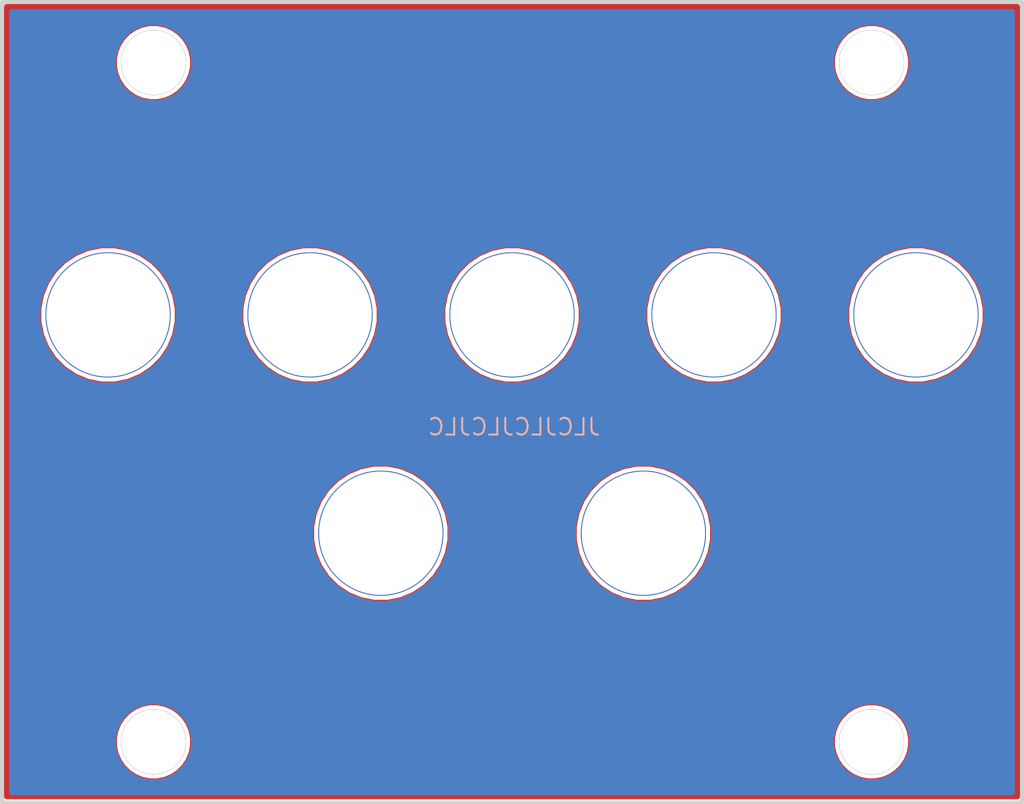
<source format=kicad_pcb>
(kicad_pcb (version 20171130) (host pcbnew "(5.1.8)-1")

  (general
    (thickness 1.6)
    (drawings 12)
    (tracks 0)
    (zones 0)
    (modules 11)
    (nets 1)
  )

  (page A4)
  (layers
    (0 F.Cu signal)
    (31 B.Cu signal)
    (32 B.Adhes user)
    (33 F.Adhes user)
    (34 B.Paste user)
    (35 F.Paste user)
    (36 B.SilkS user)
    (37 F.SilkS user)
    (38 B.Mask user)
    (39 F.Mask user)
    (40 Dwgs.User user hide)
    (41 Cmts.User user)
    (42 Eco1.User user)
    (43 Eco2.User user)
    (44 Edge.Cuts user)
    (45 Margin user)
    (46 B.CrtYd user)
    (47 F.CrtYd user)
    (48 B.Fab user)
    (49 F.Fab user hide)
  )

  (setup
    (last_trace_width 0.25)
    (user_trace_width 0.254)
    (user_trace_width 0.3556)
    (trace_clearance 0.2)
    (zone_clearance 0)
    (zone_45_only no)
    (trace_min 0.2)
    (via_size 0.8)
    (via_drill 0.4)
    (via_min_size 0.4)
    (via_min_drill 0.3)
    (uvia_size 0.3)
    (uvia_drill 0.1)
    (uvias_allowed no)
    (uvia_min_size 0.2)
    (uvia_min_drill 0.1)
    (edge_width 0.1)
    (segment_width 0.2)
    (pcb_text_width 0.3)
    (pcb_text_size 1.5 1.5)
    (mod_edge_width 0.15)
    (mod_text_size 1 1)
    (mod_text_width 0.15)
    (pad_size 3.22 3.22)
    (pad_drill 3.22)
    (pad_to_mask_clearance 0)
    (aux_axis_origin 0 0)
    (grid_origin 158.57 22.835)
    (visible_elements 7FFFFFFF)
    (pcbplotparams
      (layerselection 0x010fc_ffffffff)
      (usegerberextensions true)
      (usegerberattributes false)
      (usegerberadvancedattributes false)
      (creategerberjobfile false)
      (excludeedgelayer true)
      (linewidth 0.100000)
      (plotframeref false)
      (viasonmask false)
      (mode 1)
      (useauxorigin false)
      (hpglpennumber 1)
      (hpglpenspeed 20)
      (hpglpendiameter 15.000000)
      (psnegative false)
      (psa4output false)
      (plotreference true)
      (plotvalue false)
      (plotinvisibletext false)
      (padsonsilk false)
      (subtractmaskfromsilk true)
      (outputformat 1)
      (mirror false)
      (drillshape 0)
      (scaleselection 1)
      (outputdirectory "nearless-front-panel-gerbers/"))
  )

  (net 0 "")

  (net_class Default "This is the default net class."
    (clearance 0.2)
    (trace_width 0.25)
    (via_dia 0.8)
    (via_drill 0.4)
    (uvia_dia 0.3)
    (uvia_drill 0.1)
  )

  (module nearness:MountingHole_3.2mm (layer F.Cu) (tedit 61021022) (tstamp 6101D25D)
    (at 166.07 25.835)
    (tags Thonk)
    (fp_text reference MNT (at 0 -8) (layer F.Fab) hide
      (effects (font (size 1 1) (thickness 0.15)))
    )
    (fp_text value PanelMountingHole (at 0 7.6) (layer F.Fab)
      (effects (font (size 1 1) (thickness 0.15)))
    )
    (fp_circle (center 0 0) (end 1.7 0) (layer Cmts.User) (width 0.15))
    (fp_circle (center 0 0) (end 1.8 0) (layer F.CrtYd) (width 0.05))
    (pad "" np_thru_hole circle (at 0 0) (size 3.22 3.22) (drill 3.21) (layers *.Cu *.Mask))
  )

  (module nearness:MountingHole_3.2mm (layer F.Cu) (tedit 61021022) (tstamp 6101D23E)
    (at 201.62 25.835)
    (tags Thonk)
    (fp_text reference MNT (at 0 -8) (layer F.Fab) hide
      (effects (font (size 1 1) (thickness 0.15)))
    )
    (fp_text value PanelMountingHole (at 0 7.6) (layer F.Fab)
      (effects (font (size 1 1) (thickness 0.15)))
    )
    (fp_circle (center 0 0) (end 1.7 0) (layer Cmts.User) (width 0.15))
    (fp_circle (center 0 0) (end 1.8 0) (layer F.CrtYd) (width 0.05))
    (pad "" np_thru_hole circle (at 0 0) (size 3.22 3.22) (drill 3.21) (layers *.Cu *.Mask))
  )

  (module nearness:MountingHole_3.2mm (layer F.Cu) (tedit 61021022) (tstamp 6101D21F)
    (at 201.62 59.485)
    (tags Thonk)
    (fp_text reference MNT (at 0 -8) (layer F.Fab) hide
      (effects (font (size 1 1) (thickness 0.15)))
    )
    (fp_text value PanelMountingHole (at 0 7.6) (layer F.Fab)
      (effects (font (size 1 1) (thickness 0.15)))
    )
    (fp_circle (center 0 0) (end 1.7 0) (layer Cmts.User) (width 0.15))
    (fp_circle (center 0 0) (end 1.8 0) (layer F.CrtYd) (width 0.05))
    (pad "" np_thru_hole circle (at 0 0) (size 3.22 3.22) (drill 3.21) (layers *.Cu *.Mask))
  )

  (module nearness:MountingHole_3.2mm (layer F.Cu) (tedit 61021022) (tstamp 6101D1E8)
    (at 166.07 59.485)
    (tags Thonk)
    (fp_text reference MNT (at 0 -8) (layer F.Fab) hide
      (effects (font (size 1 1) (thickness 0.15)))
    )
    (fp_text value PanelMountingHole (at 0 7.6) (layer F.Fab)
      (effects (font (size 1 1) (thickness 0.15)))
    )
    (fp_circle (center 0 0) (end 1.7 0) (layer Cmts.User) (width 0.15))
    (fp_circle (center 0 0) (end 1.8 0) (layer F.CrtYd) (width 0.05))
    (pad "" np_thru_hole circle (at 0 0) (size 3.22 3.22) (drill 3.21) (layers *.Cu *.Mask))
  )

  (module nearness:MountingHole_6.2mm (layer F.Cu) (tedit 6101BD1E) (tstamp 6101BC44)
    (at 190.325 49.15)
    (tags Thonk)
    (fp_text reference JACK (at 0 -8) (layer F.Fab) hide
      (effects (font (size 1 1) (thickness 0.15)))
    )
    (fp_text value MonoJackHole (at 0 7.6) (layer F.Fab)
      (effects (font (size 1 1) (thickness 0.15)))
    )
    (fp_circle (center 0 0) (end 3.45 0) (layer F.CrtYd) (width 0.05))
    (fp_circle (center 0 0) (end 3.2 0) (layer Cmts.User) (width 0.15))
    (fp_text user %R (at 0.3 -0.2) (layer F.Fab)
      (effects (font (size 1 1) (thickness 0.15)))
    )
    (pad "" np_thru_hole circle (at 0 0) (size 6.2 6.2) (drill 6.1) (layers *.Cu *.Mask))
  )

  (module nearness:MountingHole_6.2mm (layer F.Cu) (tedit 6101BD1E) (tstamp 6101BAFE)
    (at 177.325 49.15)
    (tags Thonk)
    (fp_text reference JACK (at 0 -8) (layer F.Fab) hide
      (effects (font (size 1 1) (thickness 0.15)))
    )
    (fp_text value MonoJackHole (at 0 7.6) (layer F.Fab)
      (effects (font (size 1 1) (thickness 0.15)))
    )
    (fp_circle (center 0 0) (end 3.45 0) (layer F.CrtYd) (width 0.05))
    (fp_circle (center 0 0) (end 3.2 0) (layer Cmts.User) (width 0.15))
    (fp_text user %R (at 0.3 -0.2) (layer F.Fab)
      (effects (font (size 1 1) (thickness 0.15)))
    )
    (pad "" np_thru_hole circle (at 0 0) (size 6.2 6.2) (drill 6.1) (layers *.Cu *.Mask))
  )

  (module nearness:MountingHole_6.2mm (layer F.Cu) (tedit 6101BD1E) (tstamp 6100C2FF)
    (at 163.82 38.335)
    (tags Thonk)
    (fp_text reference JACK (at 0 -8) (layer F.Fab) hide
      (effects (font (size 1 1) (thickness 0.15)))
    )
    (fp_text value MonoJackHole (at 0 7.6) (layer F.Fab)
      (effects (font (size 1 1) (thickness 0.15)))
    )
    (fp_circle (center 0 0) (end 3.45 0) (layer F.CrtYd) (width 0.05))
    (fp_circle (center 0 0) (end 3.2 0) (layer Cmts.User) (width 0.15))
    (fp_text user %R (at 0.3 -0.2) (layer F.Fab)
      (effects (font (size 1 1) (thickness 0.15)))
    )
    (pad "" np_thru_hole circle (at 0 0) (size 6.2 6.2) (drill 6.1) (layers *.Cu *.Mask))
  )

  (module nearness:MountingHole_6.2mm (layer F.Cu) (tedit 6101BD1E) (tstamp 6100C592)
    (at 203.82 38.335)
    (tags Thonk)
    (fp_text reference JACK (at 0 -8) (layer F.Fab) hide
      (effects (font (size 1 1) (thickness 0.15)))
    )
    (fp_text value MonoJackHole (at 0 7.6) (layer F.Fab)
      (effects (font (size 1 1) (thickness 0.15)))
    )
    (fp_circle (center 0 0) (end 3.45 0) (layer F.CrtYd) (width 0.05))
    (fp_circle (center 0 0) (end 3.2 0) (layer Cmts.User) (width 0.15))
    (fp_text user %R (at 0.3 -0.2) (layer F.Fab)
      (effects (font (size 1 1) (thickness 0.15)))
    )
    (pad "" np_thru_hole circle (at 0 0) (size 6.2 6.2) (drill 6.1) (layers *.Cu *.Mask))
  )

  (module nearness:MountingHole_6.2mm (layer F.Cu) (tedit 6101BD1E) (tstamp 6100C584)
    (at 193.82 38.335)
    (tags Thonk)
    (fp_text reference JACK (at 0 -8) (layer F.Fab) hide
      (effects (font (size 1 1) (thickness 0.15)))
    )
    (fp_text value MonoJackHole (at 0 7.6) (layer F.Fab)
      (effects (font (size 1 1) (thickness 0.15)))
    )
    (fp_circle (center 0 0) (end 3.45 0) (layer F.CrtYd) (width 0.05))
    (fp_circle (center 0 0) (end 3.2 0) (layer Cmts.User) (width 0.15))
    (fp_text user %R (at 0.3 -0.2) (layer F.Fab)
      (effects (font (size 1 1) (thickness 0.15)))
    )
    (pad "" np_thru_hole circle (at 0 0) (size 6.2 6.2) (drill 6.1) (layers *.Cu *.Mask))
  )

  (module nearness:MountingHole_6.2mm (layer F.Cu) (tedit 6101BD1E) (tstamp 6100C576)
    (at 183.82 38.335)
    (tags Thonk)
    (fp_text reference JACK (at 0 -8) (layer F.Fab) hide
      (effects (font (size 1 1) (thickness 0.15)))
    )
    (fp_text value MonoJackHole (at 0 7.6) (layer F.Fab)
      (effects (font (size 1 1) (thickness 0.15)))
    )
    (fp_circle (center 0 0) (end 3.45 0) (layer F.CrtYd) (width 0.05))
    (fp_circle (center 0 0) (end 3.2 0) (layer Cmts.User) (width 0.15))
    (fp_text user %R (at 0.3 -0.2) (layer F.Fab)
      (effects (font (size 1 1) (thickness 0.15)))
    )
    (pad "" np_thru_hole circle (at 0 0) (size 6.2 6.2) (drill 6.1) (layers *.Cu *.Mask))
  )

  (module nearness:MountingHole_6.2mm (layer F.Cu) (tedit 6101BD1E) (tstamp 6100C568)
    (at 173.82 38.335)
    (tags Thonk)
    (fp_text reference JACK (at 0 -8) (layer F.Fab) hide
      (effects (font (size 1 1) (thickness 0.15)))
    )
    (fp_text value MonoJackHole (at 0 7.6) (layer F.Fab)
      (effects (font (size 1 1) (thickness 0.15)))
    )
    (fp_circle (center 0 0) (end 3.45 0) (layer F.CrtYd) (width 0.05))
    (fp_circle (center 0 0) (end 3.2 0) (layer Cmts.User) (width 0.15))
    (fp_text user %R (at 0.3 -0.2) (layer F.Fab)
      (effects (font (size 1 1) (thickness 0.15)))
    )
    (pad "" np_thru_hole circle (at 0 0) (size 6.2 6.2) (drill 6.1) (layers *.Cu *.Mask))
  )

  (gr_text JLCJLCJLCJLC (at 183.92 43.885) (layer B.SilkS) (tstamp 61020339)
    (effects (font (size 0.83 0.83) (thickness 0.1)) (justify mirror))
  )
  (dimension 39.65 (width 0.15) (layer Dwgs.User)
    (gr_text "39.650 mm" (at 218.22 42.66 90) (layer Dwgs.User)
      (effects (font (size 1 1) (thickness 0.15)))
    )
    (feature1 (pts (xy 209.07 22.835) (xy 217.506421 22.835)))
    (feature2 (pts (xy 209.07 62.485) (xy 217.506421 62.485)))
    (crossbar (pts (xy 216.92 62.485) (xy 216.92 22.835)))
    (arrow1a (pts (xy 216.92 22.835) (xy 217.506421 23.961504)))
    (arrow1b (pts (xy 216.92 22.835) (xy 216.333579 23.961504)))
    (arrow2a (pts (xy 216.92 62.485) (xy 217.506421 61.358496)))
    (arrow2b (pts (xy 216.92 62.485) (xy 216.333579 61.358496)))
  )
  (dimension 50.5 (width 0.15) (layer Dwgs.User)
    (gr_text "50.500 mm" (at 183.82 14.685) (layer Dwgs.User)
      (effects (font (size 1 1) (thickness 0.15)))
    )
    (feature1 (pts (xy 209.07 22.835) (xy 209.07 15.398579)))
    (feature2 (pts (xy 158.57 22.835) (xy 158.57 15.398579)))
    (crossbar (pts (xy 158.57 15.985) (xy 209.07 15.985)))
    (arrow1a (pts (xy 209.07 15.985) (xy 207.943496 16.571421)))
    (arrow1b (pts (xy 209.07 15.985) (xy 207.943496 15.398579)))
    (arrow2a (pts (xy 158.57 15.985) (xy 159.696504 16.571421)))
    (arrow2b (pts (xy 158.57 15.985) (xy 159.696504 15.398579)))
  )
  (gr_line (start 193.82 22.835) (end 203.82 22.835) (layer Dwgs.User) (width 0.15))
  (gr_line (start 183.82 22.835) (end 193.82 22.835) (layer Dwgs.User) (width 0.15))
  (gr_line (start 173.82 22.835) (end 163.82 22.835) (layer Dwgs.User) (width 0.15))
  (gr_line (start 183.82 22.835) (end 173.82 22.835) (layer Dwgs.User) (width 0.15))
  (gr_line (start 158.57 22.835) (end 183.82 22.835) (layer Dwgs.User) (width 0.15))
  (gr_line (start 209.07 22.835) (end 209.07 62.485) (layer Edge.Cuts) (width 0.2) (tstamp 610045E4))
  (gr_line (start 158.57 22.835) (end 209.07 22.835) (layer Edge.Cuts) (width 0.2) (tstamp 610045E3))
  (gr_line (start 158.57 22.835) (end 158.57 62.485) (layer Edge.Cuts) (width 0.2) (tstamp 610045E2))
  (gr_line (start 158.57 62.485) (end 209.07 62.485) (layer Edge.Cuts) (width 0.2) (tstamp 610045E1))

  (zone (net 0) (net_name "") (layer F.Cu) (tstamp 61020C04) (hatch edge 0.508)
    (connect_pads (clearance 0))
    (min_thickness 0.254)
    (fill yes (arc_segments 32) (thermal_gap 0.508) (thermal_bridge_width 0.508))
    (polygon
      (pts
        (xy 209.07 62.335) (xy 158.57 62.335) (xy 158.57 22.835) (xy 209.07 22.835)
      )
    )
    (filled_polygon
      (pts
        (xy 208.843001 62.208) (xy 158.797 62.208) (xy 158.797 59.294222) (xy 164.133 59.294222) (xy 164.133 59.675778)
        (xy 164.207438 60.050002) (xy 164.353453 60.402513) (xy 164.565434 60.719765) (xy 164.835235 60.989566) (xy 165.152487 61.201547)
        (xy 165.504998 61.347562) (xy 165.879222 61.422) (xy 166.260778 61.422) (xy 166.635002 61.347562) (xy 166.987513 61.201547)
        (xy 167.304765 60.989566) (xy 167.574566 60.719765) (xy 167.786547 60.402513) (xy 167.932562 60.050002) (xy 168.007 59.675778)
        (xy 168.007 59.294222) (xy 199.683 59.294222) (xy 199.683 59.675778) (xy 199.757438 60.050002) (xy 199.903453 60.402513)
        (xy 200.115434 60.719765) (xy 200.385235 60.989566) (xy 200.702487 61.201547) (xy 201.054998 61.347562) (xy 201.429222 61.422)
        (xy 201.810778 61.422) (xy 202.185002 61.347562) (xy 202.537513 61.201547) (xy 202.854765 60.989566) (xy 203.124566 60.719765)
        (xy 203.336547 60.402513) (xy 203.482562 60.050002) (xy 203.557 59.675778) (xy 203.557 59.294222) (xy 203.482562 58.919998)
        (xy 203.336547 58.567487) (xy 203.124566 58.250235) (xy 202.854765 57.980434) (xy 202.537513 57.768453) (xy 202.185002 57.622438)
        (xy 201.810778 57.548) (xy 201.429222 57.548) (xy 201.054998 57.622438) (xy 200.702487 57.768453) (xy 200.385235 57.980434)
        (xy 200.115434 58.250235) (xy 199.903453 58.567487) (xy 199.757438 58.919998) (xy 199.683 59.294222) (xy 168.007 59.294222)
        (xy 167.932562 58.919998) (xy 167.786547 58.567487) (xy 167.574566 58.250235) (xy 167.304765 57.980434) (xy 166.987513 57.768453)
        (xy 166.635002 57.622438) (xy 166.260778 57.548) (xy 165.879222 57.548) (xy 165.504998 57.622438) (xy 165.152487 57.768453)
        (xy 164.835235 57.980434) (xy 164.565434 58.250235) (xy 164.353453 58.567487) (xy 164.207438 58.919998) (xy 164.133 59.294222)
        (xy 158.797 59.294222) (xy 158.797 48.81247) (xy 173.898 48.81247) (xy 173.898 49.48753) (xy 174.029697 50.149619)
        (xy 174.288032 50.773293) (xy 174.663075 51.334585) (xy 175.140415 51.811925) (xy 175.701707 52.186968) (xy 176.325381 52.445303)
        (xy 176.98747 52.577) (xy 177.66253 52.577) (xy 178.324619 52.445303) (xy 178.948293 52.186968) (xy 179.509585 51.811925)
        (xy 179.986925 51.334585) (xy 180.361968 50.773293) (xy 180.620303 50.149619) (xy 180.752 49.48753) (xy 180.752 48.81247)
        (xy 186.898 48.81247) (xy 186.898 49.48753) (xy 187.029697 50.149619) (xy 187.288032 50.773293) (xy 187.663075 51.334585)
        (xy 188.140415 51.811925) (xy 188.701707 52.186968) (xy 189.325381 52.445303) (xy 189.98747 52.577) (xy 190.66253 52.577)
        (xy 191.324619 52.445303) (xy 191.948293 52.186968) (xy 192.509585 51.811925) (xy 192.986925 51.334585) (xy 193.361968 50.773293)
        (xy 193.620303 50.149619) (xy 193.752 49.48753) (xy 193.752 48.81247) (xy 193.620303 48.150381) (xy 193.361968 47.526707)
        (xy 192.986925 46.965415) (xy 192.509585 46.488075) (xy 191.948293 46.113032) (xy 191.324619 45.854697) (xy 190.66253 45.723)
        (xy 189.98747 45.723) (xy 189.325381 45.854697) (xy 188.701707 46.113032) (xy 188.140415 46.488075) (xy 187.663075 46.965415)
        (xy 187.288032 47.526707) (xy 187.029697 48.150381) (xy 186.898 48.81247) (xy 180.752 48.81247) (xy 180.620303 48.150381)
        (xy 180.361968 47.526707) (xy 179.986925 46.965415) (xy 179.509585 46.488075) (xy 178.948293 46.113032) (xy 178.324619 45.854697)
        (xy 177.66253 45.723) (xy 176.98747 45.723) (xy 176.325381 45.854697) (xy 175.701707 46.113032) (xy 175.140415 46.488075)
        (xy 174.663075 46.965415) (xy 174.288032 47.526707) (xy 174.029697 48.150381) (xy 173.898 48.81247) (xy 158.797 48.81247)
        (xy 158.797 37.99747) (xy 160.393 37.99747) (xy 160.393 38.67253) (xy 160.524697 39.334619) (xy 160.783032 39.958293)
        (xy 161.158075 40.519585) (xy 161.635415 40.996925) (xy 162.196707 41.371968) (xy 162.820381 41.630303) (xy 163.48247 41.762)
        (xy 164.15753 41.762) (xy 164.819619 41.630303) (xy 165.443293 41.371968) (xy 166.004585 40.996925) (xy 166.481925 40.519585)
        (xy 166.856968 39.958293) (xy 167.115303 39.334619) (xy 167.247 38.67253) (xy 167.247 37.99747) (xy 170.393 37.99747)
        (xy 170.393 38.67253) (xy 170.524697 39.334619) (xy 170.783032 39.958293) (xy 171.158075 40.519585) (xy 171.635415 40.996925)
        (xy 172.196707 41.371968) (xy 172.820381 41.630303) (xy 173.48247 41.762) (xy 174.15753 41.762) (xy 174.819619 41.630303)
        (xy 175.443293 41.371968) (xy 176.004585 40.996925) (xy 176.481925 40.519585) (xy 176.856968 39.958293) (xy 177.115303 39.334619)
        (xy 177.247 38.67253) (xy 177.247 37.99747) (xy 180.393 37.99747) (xy 180.393 38.67253) (xy 180.524697 39.334619)
        (xy 180.783032 39.958293) (xy 181.158075 40.519585) (xy 181.635415 40.996925) (xy 182.196707 41.371968) (xy 182.820381 41.630303)
        (xy 183.48247 41.762) (xy 184.15753 41.762) (xy 184.819619 41.630303) (xy 185.443293 41.371968) (xy 186.004585 40.996925)
        (xy 186.481925 40.519585) (xy 186.856968 39.958293) (xy 187.115303 39.334619) (xy 187.247 38.67253) (xy 187.247 37.99747)
        (xy 190.393 37.99747) (xy 190.393 38.67253) (xy 190.524697 39.334619) (xy 190.783032 39.958293) (xy 191.158075 40.519585)
        (xy 191.635415 40.996925) (xy 192.196707 41.371968) (xy 192.820381 41.630303) (xy 193.48247 41.762) (xy 194.15753 41.762)
        (xy 194.819619 41.630303) (xy 195.443293 41.371968) (xy 196.004585 40.996925) (xy 196.481925 40.519585) (xy 196.856968 39.958293)
        (xy 197.115303 39.334619) (xy 197.247 38.67253) (xy 197.247 37.99747) (xy 200.393 37.99747) (xy 200.393 38.67253)
        (xy 200.524697 39.334619) (xy 200.783032 39.958293) (xy 201.158075 40.519585) (xy 201.635415 40.996925) (xy 202.196707 41.371968)
        (xy 202.820381 41.630303) (xy 203.48247 41.762) (xy 204.15753 41.762) (xy 204.819619 41.630303) (xy 205.443293 41.371968)
        (xy 206.004585 40.996925) (xy 206.481925 40.519585) (xy 206.856968 39.958293) (xy 207.115303 39.334619) (xy 207.247 38.67253)
        (xy 207.247 37.99747) (xy 207.115303 37.335381) (xy 206.856968 36.711707) (xy 206.481925 36.150415) (xy 206.004585 35.673075)
        (xy 205.443293 35.298032) (xy 204.819619 35.039697) (xy 204.15753 34.908) (xy 203.48247 34.908) (xy 202.820381 35.039697)
        (xy 202.196707 35.298032) (xy 201.635415 35.673075) (xy 201.158075 36.150415) (xy 200.783032 36.711707) (xy 200.524697 37.335381)
        (xy 200.393 37.99747) (xy 197.247 37.99747) (xy 197.115303 37.335381) (xy 196.856968 36.711707) (xy 196.481925 36.150415)
        (xy 196.004585 35.673075) (xy 195.443293 35.298032) (xy 194.819619 35.039697) (xy 194.15753 34.908) (xy 193.48247 34.908)
        (xy 192.820381 35.039697) (xy 192.196707 35.298032) (xy 191.635415 35.673075) (xy 191.158075 36.150415) (xy 190.783032 36.711707)
        (xy 190.524697 37.335381) (xy 190.393 37.99747) (xy 187.247 37.99747) (xy 187.115303 37.335381) (xy 186.856968 36.711707)
        (xy 186.481925 36.150415) (xy 186.004585 35.673075) (xy 185.443293 35.298032) (xy 184.819619 35.039697) (xy 184.15753 34.908)
        (xy 183.48247 34.908) (xy 182.820381 35.039697) (xy 182.196707 35.298032) (xy 181.635415 35.673075) (xy 181.158075 36.150415)
        (xy 180.783032 36.711707) (xy 180.524697 37.335381) (xy 180.393 37.99747) (xy 177.247 37.99747) (xy 177.115303 37.335381)
        (xy 176.856968 36.711707) (xy 176.481925 36.150415) (xy 176.004585 35.673075) (xy 175.443293 35.298032) (xy 174.819619 35.039697)
        (xy 174.15753 34.908) (xy 173.48247 34.908) (xy 172.820381 35.039697) (xy 172.196707 35.298032) (xy 171.635415 35.673075)
        (xy 171.158075 36.150415) (xy 170.783032 36.711707) (xy 170.524697 37.335381) (xy 170.393 37.99747) (xy 167.247 37.99747)
        (xy 167.115303 37.335381) (xy 166.856968 36.711707) (xy 166.481925 36.150415) (xy 166.004585 35.673075) (xy 165.443293 35.298032)
        (xy 164.819619 35.039697) (xy 164.15753 34.908) (xy 163.48247 34.908) (xy 162.820381 35.039697) (xy 162.196707 35.298032)
        (xy 161.635415 35.673075) (xy 161.158075 36.150415) (xy 160.783032 36.711707) (xy 160.524697 37.335381) (xy 160.393 37.99747)
        (xy 158.797 37.99747) (xy 158.797 25.644222) (xy 164.133 25.644222) (xy 164.133 26.025778) (xy 164.207438 26.400002)
        (xy 164.353453 26.752513) (xy 164.565434 27.069765) (xy 164.835235 27.339566) (xy 165.152487 27.551547) (xy 165.504998 27.697562)
        (xy 165.879222 27.772) (xy 166.260778 27.772) (xy 166.635002 27.697562) (xy 166.987513 27.551547) (xy 167.304765 27.339566)
        (xy 167.574566 27.069765) (xy 167.786547 26.752513) (xy 167.932562 26.400002) (xy 168.007 26.025778) (xy 168.007 25.644222)
        (xy 199.683 25.644222) (xy 199.683 26.025778) (xy 199.757438 26.400002) (xy 199.903453 26.752513) (xy 200.115434 27.069765)
        (xy 200.385235 27.339566) (xy 200.702487 27.551547) (xy 201.054998 27.697562) (xy 201.429222 27.772) (xy 201.810778 27.772)
        (xy 202.185002 27.697562) (xy 202.537513 27.551547) (xy 202.854765 27.339566) (xy 203.124566 27.069765) (xy 203.336547 26.752513)
        (xy 203.482562 26.400002) (xy 203.557 26.025778) (xy 203.557 25.644222) (xy 203.482562 25.269998) (xy 203.336547 24.917487)
        (xy 203.124566 24.600235) (xy 202.854765 24.330434) (xy 202.537513 24.118453) (xy 202.185002 23.972438) (xy 201.810778 23.898)
        (xy 201.429222 23.898) (xy 201.054998 23.972438) (xy 200.702487 24.118453) (xy 200.385235 24.330434) (xy 200.115434 24.600235)
        (xy 199.903453 24.917487) (xy 199.757438 25.269998) (xy 199.683 25.644222) (xy 168.007 25.644222) (xy 167.932562 25.269998)
        (xy 167.786547 24.917487) (xy 167.574566 24.600235) (xy 167.304765 24.330434) (xy 166.987513 24.118453) (xy 166.635002 23.972438)
        (xy 166.260778 23.898) (xy 165.879222 23.898) (xy 165.504998 23.972438) (xy 165.152487 24.118453) (xy 164.835235 24.330434)
        (xy 164.565434 24.600235) (xy 164.353453 24.917487) (xy 164.207438 25.269998) (xy 164.133 25.644222) (xy 158.797 25.644222)
        (xy 158.797 23.062) (xy 208.843 23.062)
      )
    )
  )
  (zone (net 0) (net_name "") (layer B.Cu) (tstamp 61020C01) (hatch edge 0.508)
    (connect_pads (clearance 0.254))
    (min_thickness 0.254)
    (fill yes (arc_segments 32) (thermal_gap 0.508) (thermal_bridge_width 0.508))
    (polygon
      (pts
        (xy 209.07 62.335) (xy 158.57 62.335) (xy 158.57 22.835) (xy 209.07 22.835)
      )
    )
    (filled_polygon
      (pts
        (xy 208.589001 62.004) (xy 159.051 62.004) (xy 159.051 59.288904) (xy 164.079 59.288904) (xy 164.079 59.681096)
        (xy 164.155513 60.065753) (xy 164.305598 60.428092) (xy 164.523489 60.754189) (xy 164.800811 61.031511) (xy 165.126908 61.249402)
        (xy 165.489247 61.399487) (xy 165.873904 61.476) (xy 166.266096 61.476) (xy 166.650753 61.399487) (xy 167.013092 61.249402)
        (xy 167.339189 61.031511) (xy 167.616511 60.754189) (xy 167.834402 60.428092) (xy 167.984487 60.065753) (xy 168.061 59.681096)
        (xy 168.061 59.288904) (xy 199.629 59.288904) (xy 199.629 59.681096) (xy 199.705513 60.065753) (xy 199.855598 60.428092)
        (xy 200.073489 60.754189) (xy 200.350811 61.031511) (xy 200.676908 61.249402) (xy 201.039247 61.399487) (xy 201.423904 61.476)
        (xy 201.816096 61.476) (xy 202.200753 61.399487) (xy 202.563092 61.249402) (xy 202.889189 61.031511) (xy 203.166511 60.754189)
        (xy 203.384402 60.428092) (xy 203.534487 60.065753) (xy 203.611 59.681096) (xy 203.611 59.288904) (xy 203.534487 58.904247)
        (xy 203.384402 58.541908) (xy 203.166511 58.215811) (xy 202.889189 57.938489) (xy 202.563092 57.720598) (xy 202.200753 57.570513)
        (xy 201.816096 57.494) (xy 201.423904 57.494) (xy 201.039247 57.570513) (xy 200.676908 57.720598) (xy 200.350811 57.938489)
        (xy 200.073489 58.215811) (xy 199.855598 58.541908) (xy 199.705513 58.904247) (xy 199.629 59.288904) (xy 168.061 59.288904)
        (xy 167.984487 58.904247) (xy 167.834402 58.541908) (xy 167.616511 58.215811) (xy 167.339189 57.938489) (xy 167.013092 57.720598)
        (xy 166.650753 57.570513) (xy 166.266096 57.494) (xy 165.873904 57.494) (xy 165.489247 57.570513) (xy 165.126908 57.720598)
        (xy 164.800811 57.938489) (xy 164.523489 58.215811) (xy 164.305598 58.541908) (xy 164.155513 58.904247) (xy 164.079 59.288904)
        (xy 159.051 59.288904) (xy 159.051 48.807151) (xy 173.844 48.807151) (xy 173.844 49.492849) (xy 173.977773 50.16537)
        (xy 174.240178 50.798872) (xy 174.621131 51.369008) (xy 175.105992 51.853869) (xy 175.676128 52.234822) (xy 176.30963 52.497227)
        (xy 176.982151 52.631) (xy 177.667849 52.631) (xy 178.34037 52.497227) (xy 178.973872 52.234822) (xy 179.544008 51.853869)
        (xy 180.028869 51.369008) (xy 180.409822 50.798872) (xy 180.672227 50.16537) (xy 180.806 49.492849) (xy 180.806 48.807151)
        (xy 186.844 48.807151) (xy 186.844 49.492849) (xy 186.977773 50.16537) (xy 187.240178 50.798872) (xy 187.621131 51.369008)
        (xy 188.105992 51.853869) (xy 188.676128 52.234822) (xy 189.30963 52.497227) (xy 189.982151 52.631) (xy 190.667849 52.631)
        (xy 191.34037 52.497227) (xy 191.973872 52.234822) (xy 192.544008 51.853869) (xy 193.028869 51.369008) (xy 193.409822 50.798872)
        (xy 193.672227 50.16537) (xy 193.806 49.492849) (xy 193.806 48.807151) (xy 193.672227 48.13463) (xy 193.409822 47.501128)
        (xy 193.028869 46.930992) (xy 192.544008 46.446131) (xy 191.973872 46.065178) (xy 191.34037 45.802773) (xy 190.667849 45.669)
        (xy 189.982151 45.669) (xy 189.30963 45.802773) (xy 188.676128 46.065178) (xy 188.105992 46.446131) (xy 187.621131 46.930992)
        (xy 187.240178 47.501128) (xy 186.977773 48.13463) (xy 186.844 48.807151) (xy 180.806 48.807151) (xy 180.672227 48.13463)
        (xy 180.409822 47.501128) (xy 180.028869 46.930992) (xy 179.544008 46.446131) (xy 178.973872 46.065178) (xy 178.34037 45.802773)
        (xy 177.667849 45.669) (xy 176.982151 45.669) (xy 176.30963 45.802773) (xy 175.676128 46.065178) (xy 175.105992 46.446131)
        (xy 174.621131 46.930992) (xy 174.240178 47.501128) (xy 173.977773 48.13463) (xy 173.844 48.807151) (xy 159.051 48.807151)
        (xy 159.051 37.992151) (xy 160.339 37.992151) (xy 160.339 38.677849) (xy 160.472773 39.35037) (xy 160.735178 39.983872)
        (xy 161.116131 40.554008) (xy 161.600992 41.038869) (xy 162.171128 41.419822) (xy 162.80463 41.682227) (xy 163.477151 41.816)
        (xy 164.162849 41.816) (xy 164.83537 41.682227) (xy 165.468872 41.419822) (xy 166.039008 41.038869) (xy 166.523869 40.554008)
        (xy 166.904822 39.983872) (xy 167.167227 39.35037) (xy 167.301 38.677849) (xy 167.301 37.992151) (xy 170.339 37.992151)
        (xy 170.339 38.677849) (xy 170.472773 39.35037) (xy 170.735178 39.983872) (xy 171.116131 40.554008) (xy 171.600992 41.038869)
        (xy 172.171128 41.419822) (xy 172.80463 41.682227) (xy 173.477151 41.816) (xy 174.162849 41.816) (xy 174.83537 41.682227)
        (xy 175.468872 41.419822) (xy 176.039008 41.038869) (xy 176.523869 40.554008) (xy 176.904822 39.983872) (xy 177.167227 39.35037)
        (xy 177.301 38.677849) (xy 177.301 37.992151) (xy 180.339 37.992151) (xy 180.339 38.677849) (xy 180.472773 39.35037)
        (xy 180.735178 39.983872) (xy 181.116131 40.554008) (xy 181.600992 41.038869) (xy 182.171128 41.419822) (xy 182.80463 41.682227)
        (xy 183.477151 41.816) (xy 184.162849 41.816) (xy 184.83537 41.682227) (xy 185.468872 41.419822) (xy 186.039008 41.038869)
        (xy 186.523869 40.554008) (xy 186.904822 39.983872) (xy 187.167227 39.35037) (xy 187.301 38.677849) (xy 187.301 37.992151)
        (xy 190.339 37.992151) (xy 190.339 38.677849) (xy 190.472773 39.35037) (xy 190.735178 39.983872) (xy 191.116131 40.554008)
        (xy 191.600992 41.038869) (xy 192.171128 41.419822) (xy 192.80463 41.682227) (xy 193.477151 41.816) (xy 194.162849 41.816)
        (xy 194.83537 41.682227) (xy 195.468872 41.419822) (xy 196.039008 41.038869) (xy 196.523869 40.554008) (xy 196.904822 39.983872)
        (xy 197.167227 39.35037) (xy 197.301 38.677849) (xy 197.301 37.992151) (xy 200.339 37.992151) (xy 200.339 38.677849)
        (xy 200.472773 39.35037) (xy 200.735178 39.983872) (xy 201.116131 40.554008) (xy 201.600992 41.038869) (xy 202.171128 41.419822)
        (xy 202.80463 41.682227) (xy 203.477151 41.816) (xy 204.162849 41.816) (xy 204.83537 41.682227) (xy 205.468872 41.419822)
        (xy 206.039008 41.038869) (xy 206.523869 40.554008) (xy 206.904822 39.983872) (xy 207.167227 39.35037) (xy 207.301 38.677849)
        (xy 207.301 37.992151) (xy 207.167227 37.31963) (xy 206.904822 36.686128) (xy 206.523869 36.115992) (xy 206.039008 35.631131)
        (xy 205.468872 35.250178) (xy 204.83537 34.987773) (xy 204.162849 34.854) (xy 203.477151 34.854) (xy 202.80463 34.987773)
        (xy 202.171128 35.250178) (xy 201.600992 35.631131) (xy 201.116131 36.115992) (xy 200.735178 36.686128) (xy 200.472773 37.31963)
        (xy 200.339 37.992151) (xy 197.301 37.992151) (xy 197.167227 37.31963) (xy 196.904822 36.686128) (xy 196.523869 36.115992)
        (xy 196.039008 35.631131) (xy 195.468872 35.250178) (xy 194.83537 34.987773) (xy 194.162849 34.854) (xy 193.477151 34.854)
        (xy 192.80463 34.987773) (xy 192.171128 35.250178) (xy 191.600992 35.631131) (xy 191.116131 36.115992) (xy 190.735178 36.686128)
        (xy 190.472773 37.31963) (xy 190.339 37.992151) (xy 187.301 37.992151) (xy 187.167227 37.31963) (xy 186.904822 36.686128)
        (xy 186.523869 36.115992) (xy 186.039008 35.631131) (xy 185.468872 35.250178) (xy 184.83537 34.987773) (xy 184.162849 34.854)
        (xy 183.477151 34.854) (xy 182.80463 34.987773) (xy 182.171128 35.250178) (xy 181.600992 35.631131) (xy 181.116131 36.115992)
        (xy 180.735178 36.686128) (xy 180.472773 37.31963) (xy 180.339 37.992151) (xy 177.301 37.992151) (xy 177.167227 37.31963)
        (xy 176.904822 36.686128) (xy 176.523869 36.115992) (xy 176.039008 35.631131) (xy 175.468872 35.250178) (xy 174.83537 34.987773)
        (xy 174.162849 34.854) (xy 173.477151 34.854) (xy 172.80463 34.987773) (xy 172.171128 35.250178) (xy 171.600992 35.631131)
        (xy 171.116131 36.115992) (xy 170.735178 36.686128) (xy 170.472773 37.31963) (xy 170.339 37.992151) (xy 167.301 37.992151)
        (xy 167.167227 37.31963) (xy 166.904822 36.686128) (xy 166.523869 36.115992) (xy 166.039008 35.631131) (xy 165.468872 35.250178)
        (xy 164.83537 34.987773) (xy 164.162849 34.854) (xy 163.477151 34.854) (xy 162.80463 34.987773) (xy 162.171128 35.250178)
        (xy 161.600992 35.631131) (xy 161.116131 36.115992) (xy 160.735178 36.686128) (xy 160.472773 37.31963) (xy 160.339 37.992151)
        (xy 159.051 37.992151) (xy 159.051 25.638904) (xy 164.079 25.638904) (xy 164.079 26.031096) (xy 164.155513 26.415753)
        (xy 164.305598 26.778092) (xy 164.523489 27.104189) (xy 164.800811 27.381511) (xy 165.126908 27.599402) (xy 165.489247 27.749487)
        (xy 165.873904 27.826) (xy 166.266096 27.826) (xy 166.650753 27.749487) (xy 167.013092 27.599402) (xy 167.339189 27.381511)
        (xy 167.616511 27.104189) (xy 167.834402 26.778092) (xy 167.984487 26.415753) (xy 168.061 26.031096) (xy 168.061 25.638904)
        (xy 199.629 25.638904) (xy 199.629 26.031096) (xy 199.705513 26.415753) (xy 199.855598 26.778092) (xy 200.073489 27.104189)
        (xy 200.350811 27.381511) (xy 200.676908 27.599402) (xy 201.039247 27.749487) (xy 201.423904 27.826) (xy 201.816096 27.826)
        (xy 202.200753 27.749487) (xy 202.563092 27.599402) (xy 202.889189 27.381511) (xy 203.166511 27.104189) (xy 203.384402 26.778092)
        (xy 203.534487 26.415753) (xy 203.611 26.031096) (xy 203.611 25.638904) (xy 203.534487 25.254247) (xy 203.384402 24.891908)
        (xy 203.166511 24.565811) (xy 202.889189 24.288489) (xy 202.563092 24.070598) (xy 202.200753 23.920513) (xy 201.816096 23.844)
        (xy 201.423904 23.844) (xy 201.039247 23.920513) (xy 200.676908 24.070598) (xy 200.350811 24.288489) (xy 200.073489 24.565811)
        (xy 199.855598 24.891908) (xy 199.705513 25.254247) (xy 199.629 25.638904) (xy 168.061 25.638904) (xy 167.984487 25.254247)
        (xy 167.834402 24.891908) (xy 167.616511 24.565811) (xy 167.339189 24.288489) (xy 167.013092 24.070598) (xy 166.650753 23.920513)
        (xy 166.266096 23.844) (xy 165.873904 23.844) (xy 165.489247 23.920513) (xy 165.126908 24.070598) (xy 164.800811 24.288489)
        (xy 164.523489 24.565811) (xy 164.305598 24.891908) (xy 164.155513 25.254247) (xy 164.079 25.638904) (xy 159.051 25.638904)
        (xy 159.051 23.316) (xy 208.589 23.316)
      )
    )
  )
)

</source>
